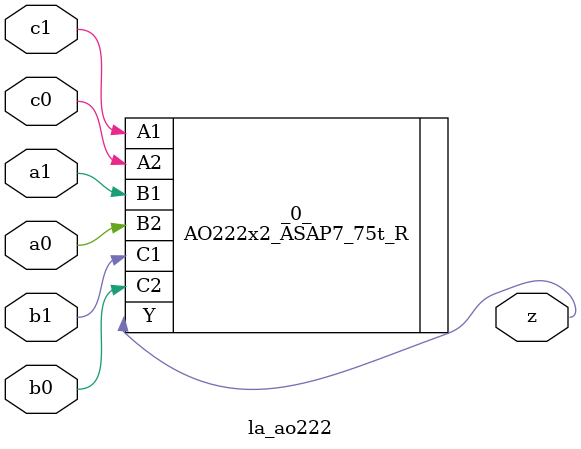
<source format=v>

/* Generated by Yosys 0.44 (git sha1 80ba43d26, g++ 11.4.0-1ubuntu1~22.04 -fPIC -O3) */

(* top =  1  *)
(* src = "inputs/la_ao222.v:10.1-24.10" *)
module la_ao222 (
    a0,
    a1,
    b0,
    b1,
    c0,
    c1,
    z
);
  (* src = "inputs/la_ao222.v:13.12-13.14" *)
  input a0;
  wire a0;
  (* src = "inputs/la_ao222.v:14.12-14.14" *)
  input a1;
  wire a1;
  (* src = "inputs/la_ao222.v:15.12-15.14" *)
  input b0;
  wire b0;
  (* src = "inputs/la_ao222.v:16.12-16.14" *)
  input b1;
  wire b1;
  (* src = "inputs/la_ao222.v:17.12-17.14" *)
  input c0;
  wire c0;
  (* src = "inputs/la_ao222.v:18.12-18.14" *)
  input c1;
  wire c1;
  (* src = "inputs/la_ao222.v:19.12-19.13" *)
  output z;
  wire z;
  AO222x2_ASAP7_75t_R _0_ (
      .A1(c1),
      .A2(c0),
      .B1(a1),
      .B2(a0),
      .C1(b1),
      .C2(b0),
      .Y (z)
  );
endmodule

</source>
